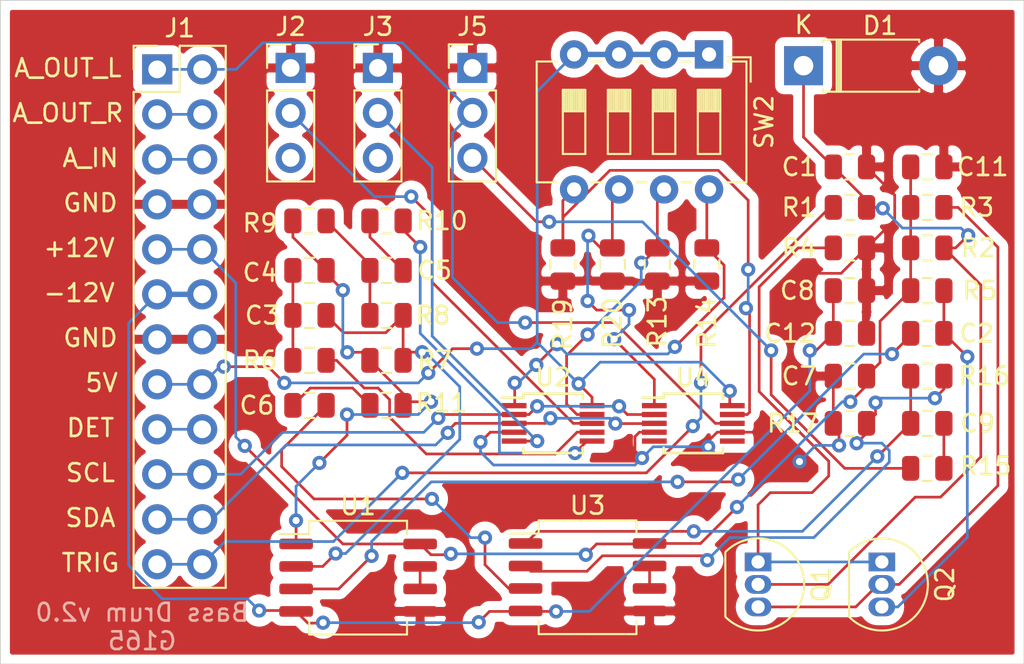
<source format=kicad_pcb>
(kicad_pcb (version 20171130) (host pcbnew "(5.1.6)-1")
  (layers (0 F.Cu signal) (31 B.Cu signal) (34 B.Paste user) (35 F.Paste user) (36 B.SilkS user) (37 F.SilkS user) (38 B.Mask user) (39 F.Mask user hide) (44 Edge.Cuts user))
  (net 0 "")
  (net 1 "Net-(C1-Pad1)")
  (net 2 GND)
  (net 3 "Net-(C2-Pad2)")
  (net 4 "Net-(C2-Pad1)")
  (net 5 "Net-(C3-Pad2)")
  (net 6 "Net-(C3-Pad1)")
  (net 7 "Net-(C4-Pad2)")
  (net 8 "Net-(C5-Pad1)")
  (net 9 "Net-(C5-Pad2)")
  (net 10 A_OUT_L)
  (net 11 A_OUT_R)
  (net 12 A_IN)
  (net 13 +12V)
  (net 14 -12V)
  (net 15 5V)
  (net 16 DET)
  (net 17 SDA)
  (net 18 SCL)
  (net 19 TRIG)
  (net 20 P0Out)
  (net 21 "Net-(J2-Pad3)")
  (net 22 "Net-(J3-Pad3)")
  (net 23 P1Out)
  (net 24 "Net-(Q1-Pad1)")
  (net 25 "Net-(Q1-Pad3)")
  (net 26 P0In)
  (net 27 P1In)
  (net 28 A1)
  (net 29 A0)
  (net 30 "Net-(U1-Pad6)")
  (net 31 BassOUT)
  (net 32 "Net-(U3-Pad6)")
  (net 33 "Net-(C6-Pad2)")
  (net 34 "Net-(C9-Pad2)")
  (net 35 "Net-(C9-Pad1)")
  (net 36 "Net-(J5-Pad3)")
  (net 37 "Net-(R16-Pad1)")
  (net 38 MasterA1)
  (net 39 MasterA0)
  (net 40 "Net-(U4-Pad6)")
  (net 41 "Net-(U4-Pad5)")
  (module Package_SO:MSOP-10_3x3mm_P0.5mm (layer F.Cu) (at 145.161 100.076)
    (fp_text reference U4 (at 0 -2.6) (layer F.SilkS))
    (fp_text value MCP46x2-Potentiometer_Digital)
    (pad 10 smd rect (at 2.2 -1) (size 1.4 0.3) (layers F.Cu F.Paste F.Mask) (net 15 5V))
    (pad 9 smd rect (at 2.2 -0.5) (size 1.4 0.3) (layers F.Cu F.Paste F.Mask) (net 38 MasterA1))
    (pad 8 smd rect (at 2.2 0) (size 1.4 0.3) (layers F.Cu F.Paste F.Mask) (net 10 A_OUT_L))
    (pad 7 smd rect (at 2.2 0.5) (size 1.4 0.3) (layers F.Cu F.Paste F.Mask) (net 2 GND))
    (pad 6 smd rect (at 2.2 1) (size 1.4 0.3) (layers F.Cu F.Paste F.Mask) (net 40 "Net-(U4-Pad6)"))
    (pad 5 smd rect (at -2.2 1) (size 1.4 0.3) (layers F.Cu F.Paste F.Mask) (net 41 "Net-(U4-Pad5)"))
    (pad 4 smd rect (at -2.2 0.5) (size 1.4 0.3) (layers F.Cu F.Paste F.Mask) (net 2 GND))
    (pad 3 smd rect (at -2.2 0) (size 1.4 0.3) (layers F.Cu F.Paste F.Mask) (net 17 SDA))
    (pad 2 smd rect (at -2.2 -0.5) (size 1.4 0.3) (layers F.Cu F.Paste F.Mask) (net 18 SCL))
    (pad 1 smd rect (at -2.2 -1) (size 1.4 0.3) (layers F.Cu F.Paste F.Mask) (net 39 MasterA0))
  )
  (module Package_SO:SO-8_5.3x6.2mm_P1.27mm (layer F.Cu) (at 139.192 108.7628)
    (fp_text reference U3 (at 0 -4.05) (layer F.SilkS))
    (fp_text value TL072)
    (pad 8 smd roundrect (at 3.5 -1.905) (size 1.9 0.6) (layers F.Cu F.Paste F.Mask) (net 13 +12V))
    (pad 7 smd roundrect (at 3.5 -0.635) (size 1.9 0.6) (layers F.Cu F.Paste F.Mask) (net 32 "Net-(U3-Pad6)"))
    (pad 6 smd roundrect (at 3.5 0.635) (size 1.9 0.6) (layers F.Cu F.Paste F.Mask) (net 32 "Net-(U3-Pad6)"))
    (pad 5 smd roundrect (at 3.5 1.905) (size 1.9 0.6) (layers F.Cu F.Paste F.Mask) (net 2 GND))
    (pad 4 smd roundrect (at -3.5 1.905) (size 1.9 0.6) (layers F.Cu F.Paste F.Mask) (net 14 -12V))
    (pad 3 smd roundrect (at -3.5 0.635) (size 1.9 0.6) (layers F.Cu F.Paste F.Mask) (net 31 BassOUT))
    (pad 2 smd roundrect (at -3.5 -0.635) (size 1.9 0.6) (layers F.Cu F.Paste F.Mask) (net 37 "Net-(R16-Pad1)"))
    (pad 1 smd roundrect (at -3.5 -1.905) (size 1.9 0.6) (layers F.Cu F.Paste F.Mask) (net 34 "Net-(C9-Pad2)"))
  )
  (module Package_SO:MSOP-10_3x3mm_P0.5mm (layer F.Cu) (at 137.246 100.076)
    (fp_text reference U2 (at 0 -2.6) (layer F.SilkS))
    (fp_text value MCP46x2-Potentiometer_Digital)
    (pad 10 smd rect (at 2.2 -1) (size 1.4 0.3) (layers F.Cu F.Paste F.Mask) (net 15 5V))
    (pad 9 smd rect (at 2.2 -0.5) (size 1.4 0.3) (layers F.Cu F.Paste F.Mask) (net 28 A1))
    (pad 8 smd rect (at 2.2 0) (size 1.4 0.3) (layers F.Cu F.Paste F.Mask) (net 20 P0Out))
    (pad 7 smd rect (at 2.2 0.5) (size 1.4 0.3) (layers F.Cu F.Paste F.Mask) (net 26 P0In))
    (pad 6 smd rect (at 2.2 1) (size 1.4 0.3) (layers F.Cu F.Paste F.Mask) (net 27 P1In))
    (pad 5 smd rect (at -2.2 1) (size 1.4 0.3) (layers F.Cu F.Paste F.Mask) (net 23 P1Out))
    (pad 4 smd rect (at -2.2 0.5) (size 1.4 0.3) (layers F.Cu F.Paste F.Mask) (net 2 GND))
    (pad 3 smd rect (at -2.2 0) (size 1.4 0.3) (layers F.Cu F.Paste F.Mask) (net 17 SDA))
    (pad 2 smd rect (at -2.2 -0.5) (size 1.4 0.3) (layers F.Cu F.Paste F.Mask) (net 18 SCL))
    (pad 1 smd rect (at -2.2 -1) (size 1.4 0.3) (layers F.Cu F.Paste F.Mask) (net 29 A0))
  )
  (module Package_SO:SO-8_5.3x6.2mm_P1.27mm (layer F.Cu) (at 126.238 108.7882)
    (fp_text reference U1 (at 0 -4.05) (layer F.SilkS))
    (fp_text value TL072)
    (pad 8 smd roundrect (at 3.5 -1.905) (size 1.9 0.6) (layers F.Cu F.Paste F.Mask) (net 13 +12V))
    (pad 7 smd roundrect (at 3.5 -0.635) (size 1.9 0.6) (layers F.Cu F.Paste F.Mask) (net 30 "Net-(U1-Pad6)"))
    (pad 6 smd roundrect (at 3.5 0.635) (size 1.9 0.6) (layers F.Cu F.Paste F.Mask) (net 30 "Net-(U1-Pad6)"))
    (pad 5 smd roundrect (at 3.5 1.905) (size 1.9 0.6) (layers F.Cu F.Paste F.Mask) (net 2 GND))
    (pad 4 smd roundrect (at -3.5 1.905) (size 1.9 0.6) (layers F.Cu F.Paste F.Mask) (net 14 -12V))
    (pad 3 smd roundrect (at -3.5 0.635) (size 1.9 0.6) (layers F.Cu F.Paste F.Mask) (net 3 "Net-(C2-Pad2)"))
    (pad 2 smd roundrect (at -3.5 -0.635) (size 1.9 0.6) (layers F.Cu F.Paste F.Mask) (net 6 "Net-(C3-Pad1)"))
    (pad 1 smd roundrect (at -3.5 -1.905) (size 1.9 0.6) (layers F.Cu F.Paste F.Mask) (net 7 "Net-(C4-Pad2)"))
  )
  (module Button_Switch_THT:SW_DIP_SPSTx04_Slide_6.7x11.72mm_W7.62mm_P2.54mm_LowProfile (layer F.Cu) (at 146.05 79.248 270)
    (fp_text reference SW2 (at 3.81 -3.11 90) (layer F.SilkS))
    (fp_text value SW_DIP_x04)
    (pad 8 thru_hole oval (at 7.62 0 270) (size 1.6 1.6) (drill 0.8) (layers *.Cu *.Mask) (net 29 A0))
    (pad 4 thru_hole oval (at 0 7.62 270) (size 1.6 1.6) (drill 0.8) (layers *.Cu *.Mask) (net 15 5V))
    (pad 7 thru_hole oval (at 7.62 2.54 270) (size 1.6 1.6) (drill 0.8) (layers *.Cu *.Mask) (net 28 A1))
    (pad 3 thru_hole oval (at 0 5.08 270) (size 1.6 1.6) (drill 0.8) (layers *.Cu *.Mask) (net 15 5V))
    (pad 6 thru_hole oval (at 7.62 5.08 270) (size 1.6 1.6) (drill 0.8) (layers *.Cu *.Mask) (net 39 MasterA0))
    (pad 2 thru_hole oval (at 0 2.54 270) (size 1.6 1.6) (drill 0.8) (layers *.Cu *.Mask) (net 15 5V))
    (pad 5 thru_hole oval (at 7.62 7.62 270) (size 1.6 1.6) (drill 0.8) (layers *.Cu *.Mask) (net 38 MasterA1))
    (pad 1 thru_hole rect (at 0 0 270) (size 1.6 1.6) (drill 0.8) (layers *.Cu *.Mask) (net 15 5V))
  )
  (module Resistor_SMD:R_0805_2012Metric (layer F.Cu) (at 140.589 91.1075 270)
    (fp_text reference R20 (at 3.302 0 90) (layer F.SilkS))
    (fp_text value 10k)
    (pad 2 smd roundrect (at 0.9375 0 270) (size 0.975 1.4) (layers F.Cu F.Paste F.Mask) (net 2 GND))
    (pad 1 smd roundrect (at -0.9375 0 270) (size 0.975 1.4) (layers F.Cu F.Paste F.Mask) (net 39 MasterA0))
  )
  (module Resistor_SMD:R_0805_2012Metric (layer F.Cu) (at 137.795 91.1075 270)
    (fp_text reference R19 (at 3.3805 0 90) (layer F.SilkS))
    (fp_text value 10k)
    (pad 2 smd roundrect (at 0.9375 0 270) (size 0.975 1.4) (layers F.Cu F.Paste F.Mask) (net 2 GND))
    (pad 1 smd roundrect (at -0.9375 0 270) (size 0.975 1.4) (layers F.Cu F.Paste F.Mask) (net 38 MasterA1))
  )
  (module Resistor_SMD:R_0805_2012Metric (layer F.Cu) (at 154.0025 100.076 180)
    (fp_text reference R17 (at 3.2235 0) (layer F.SilkS))
    (fp_text value 1M)
    (pad 2 smd roundrect (at 0.9375 0 180) (size 0.975 1.4) (layers F.Cu F.Paste F.Mask) (net 2 GND))
    (pad 1 smd roundrect (at -0.9375 0 180) (size 0.975 1.4) (layers F.Cu F.Paste F.Mask) (net 37 "Net-(R16-Pad1)"))
  )
  (module Resistor_SMD:R_0805_2012Metric (layer F.Cu) (at 158.369 97.409 180)
    (fp_text reference R16 (at -3.2235 0) (layer F.SilkS))
    (fp_text value 220)
    (pad 2 smd roundrect (at 0.9375 0 180) (size 0.975 1.4) (layers F.Cu F.Paste F.Mask) (net 34 "Net-(C9-Pad2)"))
    (pad 1 smd roundrect (at -0.9375 0 180) (size 0.975 1.4) (layers F.Cu F.Paste F.Mask) (net 37 "Net-(R16-Pad1)"))
  )
  (module Resistor_SMD:R_0805_2012Metric (layer F.Cu) (at 158.369 102.616)
    (fp_text reference R15 (at 3.302 -0.127) (layer F.SilkS))
    (fp_text value 220)
    (pad 2 smd roundrect (at 0.9375 0) (size 0.975 1.4) (layers F.Cu F.Paste F.Mask) (net 35 "Net-(C9-Pad1)"))
    (pad 1 smd roundrect (at -0.9375 0) (size 0.975 1.4) (layers F.Cu F.Paste F.Mask) (net 36 "Net-(J5-Pad3)"))
  )
  (module Resistor_SMD:R_0805_2012Metric (layer F.Cu) (at 145.923 91.1075 270)
    (fp_text reference R14 (at 3.302 0 90) (layer F.SilkS))
    (fp_text value 10k)
    (pad 2 smd roundrect (at 0.9375 0 270) (size 0.975 1.4) (layers F.Cu F.Paste F.Mask) (net 2 GND))
    (pad 1 smd roundrect (at -0.9375 0 270) (size 0.975 1.4) (layers F.Cu F.Paste F.Mask) (net 29 A0))
  )
  (module Resistor_SMD:R_0805_2012Metric (layer F.Cu) (at 143.129 91.1075 270)
    (fp_text reference R13 (at 3.2235 0 90) (layer F.SilkS))
    (fp_text value 10k)
    (pad 2 smd roundrect (at 0.9375 0 270) (size 0.975 1.4) (layers F.Cu F.Paste F.Mask) (net 2 GND))
    (pad 1 smd roundrect (at -0.9375 0 270) (size 0.975 1.4) (layers F.Cu F.Paste F.Mask) (net 28 A1))
  )
  (module Resistor_SMD:R_0805_2012Metric (layer F.Cu) (at 127.8405 99.06)
    (fp_text reference R11 (at 3.0965 -0.127) (layer F.SilkS))
    (fp_text value 0)
    (pad 2 smd roundrect (at 0.9375 0) (size 0.975 1.4) (layers F.Cu F.Paste F.Mask) (net 7 "Net-(C4-Pad2)"))
    (pad 1 smd roundrect (at -0.9375 0) (size 0.975 1.4) (layers F.Cu F.Paste F.Mask) (net 33 "Net-(C6-Pad2)"))
  )
  (module Resistor_SMD:R_0805_2012Metric (layer F.Cu) (at 127.8405 88.646)
    (fp_text reference R10 (at 3.1265 0) (layer F.SilkS))
    (fp_text value 47k)
    (pad 2 smd roundrect (at 0.9375 0) (size 0.975 1.4) (layers F.Cu F.Paste F.Mask) (net 27 P1In))
    (pad 1 smd roundrect (at -0.9375 0) (size 0.975 1.4) (layers F.Cu F.Paste F.Mask) (net 9 "Net-(C5-Pad2)"))
  )
  (module Resistor_SMD:R_0805_2012Metric (layer F.Cu) (at 123.4925 88.646)
    (fp_text reference R9 (at -2.794 0.127) (layer F.SilkS))
    (fp_text value 470k)
    (pad 2 smd roundrect (at 0.9375 0) (size 0.975 1.4) (layers F.Cu F.Paste F.Mask) (net 8 "Net-(C5-Pad1)"))
    (pad 1 smd roundrect (at -0.9375 0) (size 0.975 1.4) (layers F.Cu F.Paste F.Mask) (net 7 "Net-(C4-Pad2)"))
  )
  (module Resistor_SMD:R_0805_2012Metric (layer F.Cu) (at 127.8405 93.98)
    (fp_text reference R8 (at 2.6185 0) (layer F.SilkS))
    (fp_text value 470k)
    (pad 2 smd roundrect (at 0.9375 0) (size 0.975 1.4) (layers F.Cu F.Paste F.Mask) (net 6 "Net-(C3-Pad1)"))
    (pad 1 smd roundrect (at -0.9375 0) (size 0.975 1.4) (layers F.Cu F.Paste F.Mask) (net 8 "Net-(C5-Pad1)"))
  )
  (module Resistor_SMD:R_0805_2012Metric (layer F.Cu) (at 127.8405 96.52)
    (fp_text reference R7 (at 2.7155 0) (layer F.SilkS))
    (fp_text value 1M)
    (pad 2 smd roundrect (at 0.9375 0) (size 0.975 1.4) (layers F.Cu F.Paste F.Mask) (net 6 "Net-(C3-Pad1)"))
    (pad 1 smd roundrect (at -0.9375 0) (size 0.975 1.4) (layers F.Cu F.Paste F.Mask) (net 7 "Net-(C4-Pad2)"))
  )
  (module Resistor_SMD:R_0805_2012Metric (layer F.Cu) (at 123.4925 96.52)
    (fp_text reference R6 (at -2.794 0) (layer F.SilkS))
    (fp_text value 220)
    (pad 2 smd roundrect (at 0.9375 0) (size 0.975 1.4) (layers F.Cu F.Paste F.Mask) (net 26 P0In))
    (pad 1 smd roundrect (at -0.9375 0) (size 0.975 1.4) (layers F.Cu F.Paste F.Mask) (net 5 "Net-(C3-Pad2)"))
  )
  (module Resistor_SMD:R_0805_2012Metric (layer F.Cu) (at 158.369 92.583)
    (fp_text reference R5 (at 2.9695 0) (layer F.SilkS))
    (fp_text value 4.7k)
    (pad 2 smd roundrect (at 0.9375 0) (size 0.975 1.4) (layers F.Cu F.Paste F.Mask) (net 4 "Net-(C2-Pad1)"))
    (pad 1 smd roundrect (at -0.9375 0) (size 0.975 1.4) (layers F.Cu F.Paste F.Mask) (net 13 +12V))
  )
  (module Resistor_SMD:R_0805_2012Metric (layer F.Cu) (at 154.0025 90.17)
    (fp_text reference R4 (at -2.8725 0) (layer F.SilkS))
    (fp_text value 220)
    (pad 2 smd roundrect (at 0.9375 0) (size 0.975 1.4) (layers F.Cu F.Paste F.Mask) (net 2 GND))
    (pad 1 smd roundrect (at -0.9375 0) (size 0.975 1.4) (layers F.Cu F.Paste F.Mask) (net 24 "Net-(Q1-Pad1)"))
  )
  (module Resistor_SMD:R_0805_2012Metric (layer F.Cu) (at 158.369 87.884)
    (fp_text reference R3 (at 2.794 0) (layer F.SilkS))
    (fp_text value 47k)
    (pad 2 smd roundrect (at 0.9375 0) (size 0.975 1.4) (layers F.Cu F.Paste F.Mask) (net 25 "Net-(Q1-Pad3)"))
    (pad 1 smd roundrect (at -0.9375 0) (size 0.975 1.4) (layers F.Cu F.Paste F.Mask) (net 13 +12V))
  )
  (module Resistor_SMD:R_0805_2012Metric (layer F.Cu) (at 158.369 90.17)
    (fp_text reference R2 (at 2.8725 0) (layer F.SilkS))
    (fp_text value 100k)
    (pad 2 smd roundrect (at 0.9375 0) (size 0.975 1.4) (layers F.Cu F.Paste F.Mask) (net 1 "Net-(C1-Pad1)"))
    (pad 1 smd roundrect (at -0.9375 0) (size 0.975 1.4) (layers F.Cu F.Paste F.Mask) (net 13 +12V))
  )
  (module Resistor_SMD:R_0805_2012Metric (layer F.Cu) (at 154.0025 87.884)
    (fp_text reference R1 (at -2.8725 0) (layer F.SilkS))
    (fp_text value 1k)
    (pad 2 smd roundrect (at 0.9375 0) (size 0.975 1.4) (layers F.Cu F.Paste F.Mask) (net 1 "Net-(C1-Pad1)"))
    (pad 1 smd roundrect (at -0.9375 0) (size 0.975 1.4) (layers F.Cu F.Paste F.Mask) (net 19 TRIG))
  )
  (module Package_TO_SOT_THT:TO-92_Inline (layer F.Cu) (at 155.8036 107.8992 270)
    (fp_text reference Q2 (at 1.27 -3.56 90) (layer F.SilkS))
    (fp_text value 2N3904)
    (pad 1 thru_hole rect (at 0 0 270) (size 1.05 1.5) (drill 0.75) (layers *.Cu *.Mask) (net 24 "Net-(Q1-Pad1)"))
    (pad 3 thru_hole oval (at 2.54 0 270) (size 1.05 1.5) (drill 0.75) (layers *.Cu *.Mask) (net 4 "Net-(C2-Pad1)"))
    (pad 2 thru_hole oval (at 1.27 0 270) (size 1.05 1.5) (drill 0.75) (layers *.Cu *.Mask) (net 25 "Net-(Q1-Pad3)"))
  )
  (module Package_TO_SOT_THT:TO-92_Inline (layer F.Cu) (at 148.8186 107.8992 270)
    (fp_text reference Q1 (at 1.27 -3.56 90) (layer F.SilkS))
    (fp_text value 2N3904)
    (pad 1 thru_hole rect (at 0 0 270) (size 1.05 1.5) (drill 0.75) (layers *.Cu *.Mask) (net 24 "Net-(Q1-Pad1)"))
    (pad 3 thru_hole oval (at 2.54 0 270) (size 1.05 1.5) (drill 0.75) (layers *.Cu *.Mask) (net 25 "Net-(Q1-Pad3)"))
    (pad 2 thru_hole oval (at 1.27 0 270) (size 1.05 1.5) (drill 0.75) (layers *.Cu *.Mask) (net 1 "Net-(C1-Pad1)"))
  )
  (module Connector_PinHeader_2.54mm:PinHeader_1x03_P2.54mm_Vertical (layer F.Cu) (at 132.6896 80.01)
    (fp_text reference J5 (at 0 -2.33) (layer F.SilkS))
    (fp_text value Conn_01x03)
    (pad 3 thru_hole oval (at 0 5.08) (size 1.7 1.7) (drill 1) (layers *.Cu *.Mask) (net 36 "Net-(J5-Pad3)"))
    (pad 2 thru_hole oval (at 0 2.54) (size 1.7 1.7) (drill 1) (layers *.Cu *.Mask) (net 10 A_OUT_L))
    (pad 1 thru_hole rect (at 0 0) (size 1.7 1.7) (drill 1) (layers *.Cu *.Mask) (net 2 GND))
  )
  (module Connector_PinHeader_2.54mm:PinHeader_1x03_P2.54mm_Vertical (layer F.Cu) (at 127.3556 80.01)
    (fp_text reference J3 (at 0 -2.33) (layer F.SilkS))
    (fp_text value Conn_01x03)
    (pad 3 thru_hole oval (at 0 5.08) (size 1.7 1.7) (drill 1) (layers *.Cu *.Mask) (net 22 "Net-(J3-Pad3)"))
    (pad 2 thru_hole oval (at 0 2.54) (size 1.7 1.7) (drill 1) (layers *.Cu *.Mask) (net 23 P1Out))
    (pad 1 thru_hole rect (at 0 0) (size 1.7 1.7) (drill 1) (layers *.Cu *.Mask) (net 2 GND))
  )
  (module Connector_PinHeader_2.54mm:PinHeader_1x03_P2.54mm_Vertical (layer F.Cu) (at 122.428 80.01)
    (fp_text reference J2 (at 0 -2.33) (layer F.SilkS))
    (fp_text value Conn_01x03)
    (pad 3 thru_hole oval (at 0 5.08) (size 1.7 1.7) (drill 1) (layers *.Cu *.Mask) (net 21 "Net-(J2-Pad3)"))
    (pad 2 thru_hole oval (at 0 2.54) (size 1.7 1.7) (drill 1) (layers *.Cu *.Mask) (net 20 P0Out))
    (pad 1 thru_hole rect (at 0 0) (size 1.7 1.7) (drill 1) (layers *.Cu *.Mask) (net 2 GND))
  )
  (module Connector_PinHeader_2.54mm:PinHeader_2x12_P2.54mm_Vertical (layer F.Cu) (at 114.8944 80.0912)
    (fp_text reference J1 (at 1.27 -2.33) (layer F.SilkS))
    (fp_text value Conn_02x12_Odd_Even)
    (pad 24 thru_hole oval (at 2.54 27.94) (size 1.7 1.7) (drill 1) (layers *.Cu *.Mask) (net 19 TRIG))
    (pad 23 thru_hole oval (at 0 27.94) (size 1.7 1.7) (drill 1) (layers *.Cu *.Mask) (net 19 TRIG))
    (pad 22 thru_hole oval (at 2.54 25.4) (size 1.7 1.7) (drill 1) (layers *.Cu *.Mask) (net 17 SDA))
    (pad 21 thru_hole oval (at 0 25.4) (size 1.7 1.7) (drill 1) (layers *.Cu *.Mask) (net 17 SDA))
    (pad 20 thru_hole oval (at 2.54 22.86) (size 1.7 1.7) (drill 1) (layers *.Cu *.Mask) (net 18 SCL))
    (pad 19 thru_hole oval (at 0 22.86) (size 1.7 1.7) (drill 1) (layers *.Cu *.Mask) (net 18 SCL))
    (pad 18 thru_hole oval (at 2.54 20.32) (size 1.7 1.7) (drill 1) (layers *.Cu *.Mask) (net 16 DET))
    (pad 17 thru_hole oval (at 0 20.32) (size 1.7 1.7) (drill 1) (layers *.Cu *.Mask) (net 16 DET))
    (pad 16 thru_hole oval (at 2.54 17.78) (size 1.7 1.7) (drill 1) (layers *.Cu *.Mask) (net 15 5V))
    (pad 15 thru_hole oval (at 0 17.78) (size 1.7 1.7) (drill 1) (layers *.Cu *.Mask) (net 15 5V))
    (pad 14 thru_hole oval (at 2.54 15.24) (size 1.7 1.7) (drill 1) (layers *.Cu *.Mask) (net 2 GND))
    (pad 13 thru_hole oval (at 0 15.24) (size 1.7 1.7) (drill 1) (layers *.Cu *.Mask) (net 2 GND))
    (pad 12 thru_hole oval (at 2.54 12.7) (size 1.7 1.7) (drill 1) (layers *.Cu *.Mask) (net 14 -12V))
    (pad 11 thru_hole oval (at 0 12.7) (size 1.7 1.7) (drill 1) (layers *.Cu *.Mask) (net 14 -12V))
    (pad 10 thru_hole oval (at 2.54 10.16) (size 1.7 1.7) (drill 1) (layers *.Cu *.Mask) (net 13 +12V))
    (pad 9 thru_hole oval (at 0 10.16) (size 1.7 1.7) (drill 1) (layers *.Cu *.Mask) (net 13 +12V))
    (pad 8 thru_hole oval (at 2.54 7.62) (size 1.7 1.7) (drill 1) (layers *.Cu *.Mask) (net 2 GND))
    (pad 7 thru_hole oval (at 0 7.62) (size 1.7 1.7) (drill 1) (layers *.Cu *.Mask) (net 2 GND))
    (pad 6 thru_hole oval (at 2.54 5.08) (size 1.7 1.7) (drill 1) (layers *.Cu *.Mask) (net 12 A_IN))
    (pad 5 thru_hole oval (at 0 5.08) (size 1.7 1.7) (drill 1) (layers *.Cu *.Mask) (net 12 A_IN))
    (pad 4 thru_hole oval (at 2.54 2.54) (size 1.7 1.7) (drill 1) (layers *.Cu *.Mask) (net 11 A_OUT_R))
    (pad 3 thru_hole oval (at 0 2.54) (size 1.7 1.7) (drill 1) (layers *.Cu *.Mask) (net 11 A_OUT_R))
    (pad 2 thru_hole oval (at 2.54 0) (size 1.7 1.7) (drill 1) (layers *.Cu *.Mask) (net 10 A_OUT_L))
    (pad 1 thru_hole rect (at 0 0) (size 1.7 1.7) (drill 1) (layers *.Cu *.Mask) (net 10 A_OUT_L))
  )
  (module Diode_THT:D_DO-41_SOD81_P7.62mm_Horizontal (layer F.Cu) (at 151.384 79.883)
    (fp_text reference D1 (at 4.318 -2.2606) (layer F.SilkS))
    (fp_text value D)
    (fp_text user K (at 0 -2.3114) (layer F.SilkS))
    (pad 2 thru_hole oval (at 7.62 0) (size 2.2 2.2) (drill 1.1) (layers *.Cu *.Mask) (net 2 GND))
    (pad 1 thru_hole rect (at 0 0) (size 2.2 2.2) (drill 1.1) (layers *.Cu *.Mask) (net 1 "Net-(C1-Pad1)"))
  )
  (module Capacitor_SMD:C_0805_2012Metric (layer F.Cu) (at 154.0025 94.996 180)
    (fp_text reference C12 (at 3.3805 0) (layer F.SilkS))
    (fp_text value 470pF)
    (pad 2 smd roundrect (at 0.9375 0 180) (size 0.975 1.4) (layers F.Cu F.Paste F.Mask) (net 14 -12V))
    (pad 1 smd roundrect (at -0.9375 0 180) (size 0.975 1.4) (layers F.Cu F.Paste F.Mask) (net 2 GND))
  )
  (module Capacitor_SMD:C_0805_2012Metric (layer F.Cu) (at 158.369 85.598 180)
    (fp_text reference C11 (at -3.1265 0) (layer F.SilkS))
    (fp_text value 470pF)
    (pad 2 smd roundrect (at 0.9375 0 180) (size 0.975 1.4) (layers F.Cu F.Paste F.Mask) (net 13 +12V))
    (pad 1 smd roundrect (at -0.9375 0 180) (size 0.975 1.4) (layers F.Cu F.Paste F.Mask) (net 2 GND))
  )
  (module Capacitor_SMD:C_0805_2012Metric (layer F.Cu) (at 158.369 100.076 180)
    (fp_text reference C9 (at -2.8425 0) (layer F.SilkS))
    (fp_text value 10uF)
    (pad 2 smd roundrect (at 0.9375 0 180) (size 0.975 1.4) (layers F.Cu F.Paste F.Mask) (net 34 "Net-(C9-Pad2)"))
    (pad 1 smd roundrect (at -0.9375 0 180) (size 0.975 1.4) (layers F.Cu F.Paste F.Mask) (net 35 "Net-(C9-Pad1)"))
  )
  (module Capacitor_SMD:C_0805_2012Metric (layer F.Cu) (at 154.0025 92.583 180)
    (fp_text reference C8 (at 2.9695 0) (layer F.SilkS))
    (fp_text value 470pF)
    (pad 2 smd roundrect (at 0.9375 0 180) (size 0.975 1.4) (layers F.Cu F.Paste F.Mask) (net 14 -12V))
    (pad 1 smd roundrect (at -0.9375 0 180) (size 0.975 1.4) (layers F.Cu F.Paste F.Mask) (net 2 GND))
  )
  (module Capacitor_SMD:C_0805_2012Metric (layer F.Cu) (at 154.0025 97.409)
    (fp_text reference C7 (at -2.8725 0) (layer F.SilkS))
    (fp_text value 470pF)
    (pad 2 smd roundrect (at 0.9375 0) (size 0.975 1.4) (layers F.Cu F.Paste F.Mask) (net 13 +12V))
    (pad 1 smd roundrect (at -0.9375 0) (size 0.975 1.4) (layers F.Cu F.Paste F.Mask) (net 2 GND))
  )
  (module Capacitor_SMD:C_0805_2012Metric (layer F.Cu) (at 123.4925 99.06 180)
    (fp_text reference C6 (at 2.9695 0) (layer F.SilkS))
    (fp_text value 100nF)
    (pad 2 smd roundrect (at 0.9375 0 180) (size 0.975 1.4) (layers F.Cu F.Paste F.Mask) (net 33 "Net-(C6-Pad2)"))
    (pad 1 smd roundrect (at -0.9375 0 180) (size 0.975 1.4) (layers F.Cu F.Paste F.Mask) (net 31 BassOUT))
  )
  (module Capacitor_SMD:C_0805_2012Metric (layer F.Cu) (at 127.8405 91.44)
    (fp_text reference C5 (at 2.7155 0) (layer F.SilkS))
    (fp_text value 100nF)
    (pad 2 smd roundrect (at 0.9375 0) (size 0.975 1.4) (layers F.Cu F.Paste F.Mask) (net 9 "Net-(C5-Pad2)"))
    (pad 1 smd roundrect (at -0.9375 0) (size 0.975 1.4) (layers F.Cu F.Paste F.Mask) (net 8 "Net-(C5-Pad1)"))
  )
  (module Capacitor_SMD:C_0805_2012Metric (layer F.Cu) (at 123.4925 91.44)
    (fp_text reference C4 (at -2.794 0.127) (layer F.SilkS))
    (fp_text value 100nF)
    (pad 2 smd roundrect (at 0.9375 0) (size 0.975 1.4) (layers F.Cu F.Paste F.Mask) (net 7 "Net-(C4-Pad2)"))
    (pad 1 smd roundrect (at -0.9375 0) (size 0.975 1.4) (layers F.Cu F.Paste F.Mask) (net 5 "Net-(C3-Pad2)"))
  )
  (module Capacitor_SMD:C_0805_2012Metric (layer F.Cu) (at 123.4925 93.98 180)
    (fp_text reference C3 (at 2.667 0) (layer F.SilkS))
    (fp_text value 100nF)
    (pad 2 smd roundrect (at 0.9375 0 180) (size 0.975 1.4) (layers F.Cu F.Paste F.Mask) (net 5 "Net-(C3-Pad2)"))
    (pad 1 smd roundrect (at -0.9375 0 180) (size 0.975 1.4) (layers F.Cu F.Paste F.Mask) (net 6 "Net-(C3-Pad1)"))
  )
  (module Capacitor_SMD:C_0805_2012Metric (layer F.Cu) (at 158.369 94.996 180)
    (fp_text reference C2 (at -2.794 0) (layer F.SilkS))
    (fp_text value 100nF)
    (pad 2 smd roundrect (at 0.9375 0 180) (size 0.975 1.4) (layers F.Cu F.Paste F.Mask) (net 3 "Net-(C2-Pad2)"))
    (pad 1 smd roundrect (at -0.9375 0 180) (size 0.975 1.4) (layers F.Cu F.Paste F.Mask) (net 4 "Net-(C2-Pad1)"))
  )
  (module Capacitor_SMD:C_0805_2012Metric (layer F.Cu) (at 154.0025 85.598)
    (fp_text reference C1 (at -2.8725 0) (layer F.SilkS))
    (fp_text value 1uF)
    (pad 2 smd roundrect (at 0.9375 0) (size 0.975 1.4) (layers F.Cu F.Paste F.Mask) (net 2 GND))
    (pad 1 smd roundrect (at -0.9375 0) (size 0.975 1.4) (layers F.Cu F.Paste F.Mask) (net 1 "Net-(C1-Pad1)"))
  )
  (gr_line (start 106.045 113.665) (end 106.045 112.395) (layer Edge.Cuts) (width 0.05))
  (gr_line (start 163.83 113.665) (end 106.045 113.665) (layer Edge.Cuts) (width 0.05))
  (gr_line (start 163.83 112.395) (end 163.83 113.665) (layer Edge.Cuts) (width 0.05))
  (gr_text "Bass Drum v2.0\nG165" (at 114.046 111.5568) (layer B.SilkS) (effects (font (size 1 1)) (justify mirror)))
  (gr_line (start 106.045 76.2) (end 107.95 76.2) (layer Edge.Cuts) (width 0.05))
  (gr_line (start 106.045 112.395) (end 106.045 76.2) (layer Edge.Cuts) (width 0.05))
  (gr_line (start 163.83 76.2) (end 163.83 112.395) (layer Edge.Cuts) (width 0.05))
  (gr_line (start 107.95 76.2) (end 163.83 76.2) (layer Edge.Cuts) (width 0.05))
  (gr_text TRIG (at 111.125 107.95) (layer F.SilkS) (effects (font (size 1 1))))
  (gr_text SDA (at 111.125 105.41) (layer F.SilkS) (effects (font (size 1 1))))
  (gr_text SCL (at 111.125 102.87) (layer F.SilkS) (effects (font (size 1 1))))
  (gr_text DET (at 111.125 100.33) (layer F.SilkS) (effects (font (size 1 1))))
  (gr_text 5V (at 111.76 97.79) (layer F.SilkS) (effects (font (size 1 1))))
  (gr_text GND (at 111.125 95.25) (layer F.SilkS) (effects (font (size 1 1))))
  (gr_text -12V (at 110.49 92.71) (layer F.SilkS) (effects (font (size 1 1))))
  (gr_text +12V (at 110.49 90.17) (layer F.SilkS) (effects (font (size 1 1))))
  (gr_text GND (at 111.125 87.63) (layer F.SilkS) (effects (font (size 1 1))))
  (gr_text A_IN (at 111.125 85.09) (layer F.SilkS) (effects (font (size 1 1))))
  (gr_text A_OUT_R (at 109.855 82.55) (layer F.SilkS) (effects (font (size 1 1))))
  (gr_text A_OUT_L (at 109.855 80.01) (layer F.SilkS) (effects (font (size 1 1))))
  (segment (start 151.384 83.917) (end 153.065 85.598) (width 0.1524) (layer F.Cu) (net 1))
  (segment (start 151.384 79.883) (end 151.384 83.917) (width 0.1524) (layer F.Cu) (net 1))
  (segment (start 154.94 87.473) (end 154.94 87.884) (width 0.1524) (layer F.Cu) (net 1))
  (segment (start 153.065 85.598) (end 154.94 87.473) (width 0.1524) (layer F.Cu) (net 1))
  (via (at 155.8544 87.9348) (size 0.8) (drill 0.4) (layers F.Cu B.Cu) (net 1))
  (segment (start 154.94 87.884) (end 155.8036 87.884) (width 0.1524) (layer F.Cu) (net 1))
  (segment (start 155.8036 87.884) (end 155.8544 87.9348) (width 0.1524) (layer F.Cu) (net 1))
  (segment (start 155.8544 87.9348) (end 156.972 89.0524) (width 0.1524) (layer B.Cu) (net 1))
  (via (at 160.6804 89.4588) (size 0.8) (drill 0.4) (layers F.Cu B.Cu) (net 1))
  (segment (start 156.972 89.0524) (end 160.274 89.0524) (width 0.1524) (layer B.Cu) (net 1))
  (segment (start 160.274 89.0524) (end 160.6804 89.4588) (width 0.1524) (layer B.Cu) (net 1))
  (segment (start 159.9692 90.17) (end 159.3065 90.17) (width 0.1524) (layer F.Cu) (net 1))
  (segment (start 160.6804 89.4588) (end 159.9692 90.17) (width 0.1524) (layer F.Cu) (net 1))
  (segment (start 152.761438 109.1692) (end 157.689038 104.2416) (width 0.1524) (layer F.Cu) (net 1))
  (segment (start 148.8186 109.1692) (end 152.761438 109.1692) (width 0.1524) (layer F.Cu) (net 1))
  (segment (start 159.116236 104.2416) (end 161.3916 101.966236) (width 0.1524) (layer F.Cu) (net 1))
  (segment (start 157.689038 104.2416) (end 159.116236 104.2416) (width 0.1524) (layer F.Cu) (net 1))
  (segment (start 161.3916 92.2551) (end 159.3065 90.17) (width 0.1524) (layer F.Cu) (net 1))
  (segment (start 161.3916 101.966236) (end 161.3916 92.2551) (width 0.1524) (layer F.Cu) (net 1))
  (segment (start 137.795 92.045) (end 145.923 92.045) (width 0.1524) (layer F.Cu) (net 2))
  (via (at 151.1554 102.235) (size 0.8) (drill 0.4) (layers F.Cu B.Cu) (net 2))
  (segment (start 147.361 100.576) (end 149.4964 100.576) (width 0.1524) (layer F.Cu) (net 2))
  (segment (start 149.4964 100.576) (end 151.1554 102.235) (width 0.1524) (layer F.Cu) (net 2))
  (via (at 153.389082 101.318921) (size 0.8) (drill 0.4) (layers F.Cu B.Cu) (net 2))
  (segment (start 151.1554 102.235) (end 152.071479 101.318921) (width 0.1524) (layer B.Cu) (net 2))
  (segment (start 152.071479 101.318921) (end 153.389082 101.318921) (width 0.1524) (layer B.Cu) (net 2))
  (segment (start 153.389082 100.400082) (end 153.065 100.076) (width 0.1524) (layer F.Cu) (net 2))
  (segment (start 153.389082 101.318921) (end 153.389082 100.400082) (width 0.1524) (layer F.Cu) (net 2))
  (via (at 145.9992 101.3968) (size 0.8) (drill 0.4) (layers F.Cu B.Cu) (net 2))
  (segment (start 145.9992 101.0854) (end 145.9992 101.3968) (width 0.1524) (layer F.Cu) (net 2))
  (segment (start 147.361 100.576) (end 146.5086 100.576) (width 0.1524) (layer F.Cu) (net 2))
  (segment (start 146.5086 100.576) (end 145.9992 101.0854) (width 0.1524) (layer F.Cu) (net 2))
  (via (at 142.2654 102.0318) (size 0.8) (drill 0.4) (layers F.Cu B.Cu) (net 2))
  (segment (start 145.9992 101.3968) (end 142.9004 101.3968) (width 0.1524) (layer B.Cu) (net 2))
  (segment (start 142.9004 101.3968) (end 142.2654 102.0318) (width 0.1524) (layer B.Cu) (net 2))
  (segment (start 141.865401 100.824437) (end 142.113838 100.576) (width 0.1524) (layer F.Cu) (net 2))
  (segment (start 142.113838 100.576) (end 142.961 100.576) (width 0.1524) (layer F.Cu) (net 2))
  (segment (start 141.865401 101.631801) (end 141.865401 100.824437) (width 0.1524) (layer F.Cu) (net 2))
  (segment (start 142.2654 102.0318) (end 141.865401 101.631801) (width 0.1524) (layer F.Cu) (net 2))
  (via (at 133.1468 101.127) (size 0.8) (drill 0.4) (layers F.Cu B.Cu) (net 2))
  (segment (start 135.046 100.576) (end 133.6978 100.576) (width 0.1524) (layer F.Cu) (net 2))
  (segment (start 133.6978 100.576) (end 133.1468 101.127) (width 0.1524) (layer F.Cu) (net 2))
  (segment (start 141.868599 102.428601) (end 142.2654 102.0318) (width 0.1524) (layer B.Cu) (net 2))
  (segment (start 133.882716 102.428601) (end 141.868599 102.428601) (width 0.1524) (layer B.Cu) (net 2))
  (segment (start 133.1468 101.692685) (end 133.882716 102.428601) (width 0.1524) (layer B.Cu) (net 2))
  (segment (start 133.1468 101.127) (end 133.1468 101.692685) (width 0.1524) (layer B.Cu) (net 2))
  (segment (start 129.738 110.6932) (end 129.738 112.2882) (width 0.1524) (layer F.Cu) (net 2))
  (segment (start 153.065 100.076) (end 153.065 97.409) (width 0.1524) (layer F.Cu) (net 2))
  (segment (start 153.50321 91.60679) (end 151.87761 91.60679) (width 0.1524) (layer F.Cu) (net 2))
  (segment (start 154.94 90.17) (end 153.50321 91.60679) (width 0.1524) (layer F.Cu) (net 2))
  (segment (start 156.530601 88.579399) (end 154.94 90.17) (width 0.1524) (layer F.Cu) (net 2))
  (segment (start 156.530601 87.188601) (end 156.530601 88.579399) (width 0.1524) (layer F.Cu) (net 2))
  (segment (start 154.94 85.598) (end 156.530601 87.188601) (width 0.1524) (layer F.Cu) (net 2))
  (via (at 127 107.5594) (size 0.8) (drill 0.4) (layers F.Cu B.Cu) (net 3))
  (segment (start 122.738 109.4232) (end 125.1362 109.4232) (width 0.1524) (layer F.Cu) (net 3))
  (segment (start 125.1362 109.4232) (end 127 107.5594) (width 0.1524) (layer F.Cu) (net 3))
  (segment (start 130.368022 103.378) (end 144.272 103.378) (width 0.1524) (layer B.Cu) (net 3))
  (segment (start 127 107.5594) (end 127 106.746022) (width 0.1524) (layer B.Cu) (net 3))
  (via (at 144.272 103.378) (size 0.8) (drill 0.4) (layers F.Cu B.Cu) (net 3))
  (segment (start 127 106.746022) (end 130.368022 103.378) (width 0.1524) (layer B.Cu) (net 3))
  (via (at 147.696546 103.246546) (size 0.8) (drill 0.4) (layers F.Cu B.Cu) (net 3))
  (segment (start 144.272 103.378) (end 147.565092 103.378) (width 0.1524) (layer F.Cu) (net 3))
  (segment (start 147.565092 103.378) (end 147.696546 103.246546) (width 0.1524) (layer F.Cu) (net 3))
  (via (at 156.37991 96.1644) (size 0.8) (drill 0.4) (layers F.Cu B.Cu) (net 3))
  (segment (start 147.696546 103.246546) (end 154.778692 96.1644) (width 0.1524) (layer B.Cu) (net 3))
  (segment (start 154.778692 96.1644) (end 156.37991 96.1644) (width 0.1524) (layer B.Cu) (net 3))
  (segment (start 157.4315 95.11281) (end 157.4315 94.996) (width 0.1524) (layer F.Cu) (net 3))
  (segment (start 156.37991 96.1644) (end 157.4315 95.11281) (width 0.1524) (layer F.Cu) (net 3))
  (via (at 160.6296 96.3168) (size 0.8) (drill 0.4) (layers F.Cu B.Cu) (net 4))
  (segment (start 160.6296 106.5156) (end 160.6296 96.3168) (width 0.1524) (layer B.Cu) (net 4))
  (segment (start 155.8036 110.4392) (end 156.706 110.4392) (width 0.1524) (layer B.Cu) (net 4))
  (segment (start 156.706 110.4392) (end 160.6296 106.5156) (width 0.1524) (layer B.Cu) (net 4))
  (segment (start 159.3088 94.996) (end 159.3065 94.996) (width 0.1524) (layer F.Cu) (net 4))
  (segment (start 160.6296 96.3168) (end 159.3088 94.996) (width 0.1524) (layer F.Cu) (net 4))
  (segment (start 159.3065 94.996) (end 159.3065 92.583) (width 0.1524) (layer F.Cu) (net 4))
  (segment (start 122.555 91.44) (end 122.555 93.98) (width 0.1524) (layer F.Cu) (net 5))
  (segment (start 122.555 93.98) (end 122.555 96.52) (width 0.1524) (layer F.Cu) (net 5))
  (segment (start 127.80179 94.95621) (end 128.778 93.98) (width 0.1524) (layer F.Cu) (net 6))
  (segment (start 125.40621 94.95621) (end 127.80179 94.95621) (width 0.1524) (layer F.Cu) (net 6))
  (segment (start 124.43 93.98) (end 125.40621 94.95621) (width 0.1524) (layer F.Cu) (net 6))
  (segment (start 128.778 93.98) (end 128.778 96.52) (width 0.1524) (layer F.Cu) (net 6))
  (via (at 124.96868 107.42416) (size 0.8) (drill 0.4) (layers F.Cu B.Cu) (net 6))
  (segment (start 122.738 108.1532) (end 124.23964 108.1532) (width 0.1524) (layer F.Cu) (net 6))
  (segment (start 124.23964 108.1532) (end 124.96868 107.42416) (width 0.1524) (layer F.Cu) (net 6))
  (segment (start 125.534365 107.42416) (end 131.976159 100.982366) (width 0.1524) (layer B.Cu) (net 6))
  (segment (start 130.028324 96.058346) (end 129.849254 96.058346) (width 0.1524) (layer B.Cu) (net 6))
  (segment (start 124.96868 107.42416) (end 125.534365 107.42416) (width 0.1524) (layer B.Cu) (net 6))
  (via (at 129.849254 96.058346) (size 0.8) (drill 0.4) (layers F.Cu B.Cu) (net 6))
  (segment (start 131.976159 98.006181) (end 130.028324 96.058346) (width 0.1524) (layer B.Cu) (net 6))
  (segment (start 131.976159 100.982366) (end 131.976159 98.006181) (width 0.1524) (layer B.Cu) (net 6))
  (segment (start 129.239654 96.058346) (end 128.778 96.52) (width 0.1524) (layer F.Cu) (net 6))
  (segment (start 129.849254 96.058346) (end 129.239654 96.058346) (width 0.1524) (layer F.Cu) (net 6))
  (segment (start 122.555 89.565) (end 124.43 91.44) (width 0.1524) (layer F.Cu) (net 7))
  (segment (start 122.555 88.646) (end 122.555 89.565) (width 0.1524) (layer F.Cu) (net 7))
  (via (at 125.3744 92.5576) (size 0.8) (drill 0.4) (layers F.Cu B.Cu) (net 7))
  (segment (start 124.43 91.44) (end 124.43 91.6132) (width 0.1524) (layer F.Cu) (net 7))
  (segment (start 124.43 91.6132) (end 125.3744 92.5576) (width 0.1524) (layer F.Cu) (net 7))
  (via (at 125.6284 96.0628) (size 0.8) (drill 0.4) (layers F.Cu B.Cu) (net 7))
  (segment (start 125.3744 92.5576) (end 125.3744 95.8088) (width 0.1524) (layer B.Cu) (net 7))
  (segment (start 125.3744 95.8088) (end 125.6284 96.0628) (width 0.1524) (layer B.Cu) (net 7))
  (segment (start 126.4458 96.0628) (end 126.903 96.52) (width 0.1524) (layer F.Cu) (net 7))
  (segment (start 125.6284 96.0628) (end 126.4458 96.0628) (width 0.1524) (layer F.Cu) (net 7))
  (segment (start 128.778 98.395) (end 128.778 99.06) (width 0.1524) (layer F.Cu) (net 7))
  (segment (start 126.903 96.52) (end 128.778 98.395) (width 0.1524) (layer F.Cu) (net 7))
  (via (at 122.7328 105.5624) (size 0.8) (drill 0.4) (layers F.Cu B.Cu) (net 7))
  (segment (start 122.738 106.8832) (end 122.738 105.5676) (width 0.1524) (layer F.Cu) (net 7))
  (segment (start 122.738 105.5676) (end 122.7328 105.5624) (width 0.1524) (layer F.Cu) (net 7))
  (via (at 124.0536 102.3112) (size 0.8) (drill 0.4) (layers F.Cu B.Cu) (net 7))
  (segment (start 122.7328 105.5624) (end 122.7328 103.632) (width 0.1524) (layer B.Cu) (net 7))
  (segment (start 122.7328 103.632) (end 124.0536 102.3112) (width 0.1524) (layer B.Cu) (net 7))
  (via (at 125.609996 99.576228) (size 0.8) (drill 0.4) (layers F.Cu B.Cu) (net 7))
  (segment (start 124.0536 102.3112) (end 125.609996 100.754804) (width 0.1524) (layer F.Cu) (net 7))
  (segment (start 125.609996 100.754804) (end 125.609996 99.576228) (width 0.1524) (layer F.Cu) (net 7))
  (via (at 130.3528 98.8568) (size 0.8) (drill 0.4) (layers F.Cu B.Cu) (net 7))
  (segment (start 125.609996 99.576228) (end 129.633372 99.576228) (width 0.1524) (layer B.Cu) (net 7))
  (segment (start 129.633372 99.576228) (end 130.3528 98.8568) (width 0.1524) (layer B.Cu) (net 7))
  (segment (start 128.9812 98.8568) (end 128.778 99.06) (width 0.1524) (layer F.Cu) (net 7))
  (segment (start 130.3528 98.8568) (end 128.9812 98.8568) (width 0.1524) (layer F.Cu) (net 7))
  (segment (start 126.903 91.119) (end 126.903 91.44) (width 0.1524) (layer F.Cu) (net 8))
  (segment (start 124.43 88.646) (end 126.903 91.119) (width 0.1524) (layer F.Cu) (net 8))
  (segment (start 126.903 91.44) (end 126.903 93.98) (width 0.1524) (layer F.Cu) (net 8))
  (segment (start 126.903 89.565) (end 128.778 91.44) (width 0.1524) (layer F.Cu) (net 9))
  (segment (start 126.903 88.646) (end 126.903 89.565) (width 0.1524) (layer F.Cu) (net 9))
  (segment (start 132.6896 82.55) (end 128.7272 78.5876) (width 0.1524) (layer B.Cu) (net 10))
  (segment (start 128.7272 78.5876) (end 120.8532 78.5876) (width 0.1524) (layer B.Cu) (net 10))
  (segment (start 119.3496 80.0912) (end 117.4344 80.0912) (width 0.1524) (layer B.Cu) (net 10))
  (segment (start 120.8532 78.5876) (end 119.3496 80.0912) (width 0.1524) (layer B.Cu) (net 10))
  (segment (start 117.4344 80.0912) (end 114.8944 80.0912) (width 0.1524) (layer B.Cu) (net 10))
  (segment (start 132.6896 82.55) (end 131.563399 83.676201) (width 0.1524) (layer B.Cu) (net 10))
  (segment (start 131.563399 83.676201) (end 131.563399 91.837799) (width 0.1524) (layer B.Cu) (net 10))
  (segment (start 146.4056 100.076) (end 147.361 100.076) (width 0.1524) (layer F.Cu) (net 10))
  (segment (start 143.0528 96.7232) (end 146.4056 100.076) (width 0.1524) (layer F.Cu) (net 10))
  (segment (start 143.0528 96.7232) (end 142.3416 96.012) (width 0.1524) (layer F.Cu) (net 10))
  (via (at 135.671 94.3864) (size 0.8) (drill 0.4) (layers F.Cu B.Cu) (net 10))
  (segment (start 142.3416 96.012) (end 140.716 94.3864) (width 0.1524) (layer F.Cu) (net 10))
  (segment (start 140.716 94.3864) (end 135.671 94.3864) (width 0.1524) (layer F.Cu) (net 10))
  (segment (start 134.112 94.3864) (end 131.563399 91.837799) (width 0.1524) (layer B.Cu) (net 10))
  (segment (start 135.671 94.3864) (end 134.112 94.3864) (width 0.1524) (layer B.Cu) (net 10))
  (segment (start 114.8944 82.6312) (end 117.4344 82.6312) (width 0.1524) (layer B.Cu) (net 11))
  (segment (start 114.8944 85.1712) (end 117.4344 85.1712) (width 0.1524) (layer B.Cu) (net 12))
  (segment (start 157.4315 90.17) (end 157.4315 87.884) (width 0.1524) (layer F.Cu) (net 13))
  (segment (start 157.4315 87.884) (end 157.4315 85.598) (width 0.1524) (layer F.Cu) (net 13))
  (segment (start 157.4315 90.17) (end 157.4315 92.583) (width 0.1524) (layer F.Cu) (net 13))
  (segment (start 155.70371 94.31079) (end 157.4315 92.583) (width 0.1524) (layer F.Cu) (net 13))
  (segment (start 155.70371 96.64529) (end 155.70371 94.31079) (width 0.1524) (layer F.Cu) (net 13))
  (segment (start 154.94 97.409) (end 155.70371 96.64529) (width 0.1524) (layer F.Cu) (net 13))
  (segment (start 129.738 106.8832) (end 130.3476 107.4928) (width 0.1524) (layer F.Cu) (net 13))
  (via (at 131.4704 107.442) (size 0.8) (drill 0.4) (layers F.Cu B.Cu) (net 13))
  (segment (start 130.3476 107.4928) (end 131.4196 107.4928) (width 0.1524) (layer F.Cu) (net 13))
  (segment (start 131.4196 107.4928) (end 131.4704 107.442) (width 0.1524) (layer F.Cu) (net 13))
  (segment (start 131.4704 107.442) (end 139.0396 107.442) (width 0.1524) (layer B.Cu) (net 13))
  (via (at 139.0904 107.4928) (size 0.8) (drill 0.4) (layers F.Cu B.Cu) (net 13))
  (segment (start 139.0396 107.442) (end 139.0904 107.4928) (width 0.1524) (layer B.Cu) (net 13))
  (segment (start 142.6666 106.8832) (end 142.692 106.8578) (width 0.1524) (layer F.Cu) (net 13))
  (segment (start 139.0904 107.4928) (end 139.7 106.8832) (width 0.1524) (layer F.Cu) (net 13))
  (segment (start 139.7 106.8832) (end 142.6666 106.8832) (width 0.1524) (layer F.Cu) (net 13))
  (segment (start 114.8944 90.2512) (end 117.4344 90.2512) (width 0.1524) (layer B.Cu) (net 13))
  (segment (start 117.4344 90.2512) (end 119.3292 92.146) (width 0.1524) (layer B.Cu) (net 13))
  (via (at 119.8372 101.346) (size 0.8) (drill 0.4) (layers F.Cu B.Cu) (net 13))
  (segment (start 119.3292 92.146) (end 119.3292 100.838) (width 0.1524) (layer B.Cu) (net 13))
  (segment (start 119.3292 100.838) (end 119.8372 101.346) (width 0.1524) (layer B.Cu) (net 13))
  (segment (start 125.3744 106.8832) (end 129.738 106.8832) (width 0.1524) (layer F.Cu) (net 13))
  (segment (start 119.8372 101.346) (end 125.3744 106.8832) (width 0.1524) (layer F.Cu) (net 13))
  (via (at 147.6248 104.8004) (size 0.8) (drill 0.4) (layers F.Cu B.Cu) (net 13))
  (segment (start 142.692 106.8578) (end 145.5674 106.8578) (width 0.1524) (layer F.Cu) (net 13))
  (segment (start 145.5674 106.8578) (end 147.6248 104.8004) (width 0.1524) (layer F.Cu) (net 13))
  (via (at 154.0256 98.8568) (size 0.8) (drill 0.4) (layers F.Cu B.Cu) (net 13))
  (segment (start 147.6248 104.8004) (end 153.5684 98.8568) (width 0.1524) (layer B.Cu) (net 13))
  (segment (start 153.5684 98.8568) (end 154.0256 98.8568) (width 0.1524) (layer B.Cu) (net 13))
  (segment (start 154.94 97.9424) (end 154.94 97.409) (width 0.1524) (layer F.Cu) (net 13))
  (segment (start 154.0256 98.8568) (end 154.94 97.9424) (width 0.1524) (layer F.Cu) (net 13))
  (segment (start 122.738 110.6932) (end 123.3984 111.3536) (width 0.1524) (layer F.Cu) (net 14))
  (segment (start 117.4344 92.7912) (end 114.2188 92.7912) (width 0.3048) (layer B.Cu) (net 14))
  (segment (start 114.8944 92.7912) (end 113.284 94.4016) (width 0.1524) (layer B.Cu) (net 14))
  (segment (start 113.284 108.087578) (end 115.178422 109.982) (width 0.1524) (layer B.Cu) (net 14))
  (segment (start 113.284 94.4016) (end 113.284 108.087578) (width 0.1524) (layer B.Cu) (net 14))
  (segment (start 115.178422 109.982) (end 119.9896 109.982) (width 0.1524) (layer B.Cu) (net 14))
  (via (at 120.65 110.6424) (size 0.8) (drill 0.4) (layers F.Cu B.Cu) (net 14))
  (segment (start 119.9896 109.982) (end 120.65 110.6424) (width 0.1524) (layer B.Cu) (net 14))
  (segment (start 122.6872 110.6424) (end 122.738 110.6932) (width 0.1524) (layer F.Cu) (net 14))
  (segment (start 120.65 110.6424) (end 122.6872 110.6424) (width 0.1524) (layer F.Cu) (net 14))
  (segment (start 153.065 94.996) (end 153.065 92.583) (width 0.1524) (layer F.Cu) (net 14))
  (segment (start 153.065 94.996) (end 152.0998 95.9612) (width 0.1524) (layer F.Cu) (net 14))
  (via (at 151.7396 95.9612) (size 0.8) (drill 0.4) (layers F.Cu B.Cu) (net 14))
  (segment (start 152.0998 95.9612) (end 151.7396 95.9612) (width 0.1524) (layer F.Cu) (net 14))
  (via (at 137.414 110.6932) (size 0.8) (drill 0.4) (layers F.Cu B.Cu) (net 14))
  (segment (start 135.7174 110.6932) (end 135.692 110.6678) (width 0.1524) (layer F.Cu) (net 14))
  (segment (start 137.414 110.6932) (end 135.7174 110.6932) (width 0.1524) (layer F.Cu) (net 14))
  (segment (start 151.7396 98.2472) (end 151.7396 95.9612) (width 0.1524) (layer B.Cu) (net 14))
  (segment (start 137.414 110.6932) (end 139.2936 110.6932) (width 0.1524) (layer B.Cu) (net 14))
  (segment (start 139.2936 110.6932) (end 151.7396 98.2472) (width 0.1524) (layer B.Cu) (net 14))
  (via (at 124.2568 111.3282) (size 0.8) (drill 0.4) (layers F.Cu B.Cu) (net 14))
  (segment (start 123.3984 111.3536) (end 124.2314 111.3536) (width 0.1524) (layer F.Cu) (net 14))
  (segment (start 124.2314 111.3536) (end 124.2568 111.3282) (width 0.1524) (layer F.Cu) (net 14))
  (via (at 133.0452 111.3028) (size 0.8) (drill 0.4) (layers F.Cu B.Cu) (net 14))
  (segment (start 124.2568 111.3282) (end 133.0198 111.3282) (width 0.1524) (layer B.Cu) (net 14))
  (segment (start 133.0198 111.3282) (end 133.0452 111.3028) (width 0.1524) (layer B.Cu) (net 14))
  (segment (start 133.0452 111.3028) (end 133.6548 110.6932) (width 0.1524) (layer F.Cu) (net 14))
  (segment (start 135.6666 110.6932) (end 135.692 110.6678) (width 0.1524) (layer F.Cu) (net 14))
  (segment (start 133.6548 110.6932) (end 135.6666 110.6932) (width 0.1524) (layer F.Cu) (net 14))
  (segment (start 138.43 79.248) (end 140.97 79.248) (width 0.3048) (layer B.Cu) (net 15))
  (segment (start 140.97 79.248) (end 143.51 79.248) (width 0.3048) (layer B.Cu) (net 15))
  (segment (start 143.51 79.248) (end 146.05 79.248) (width 0.3048) (layer B.Cu) (net 15))
  (segment (start 138.43 79.248) (end 136.3472 81.3308) (width 0.1524) (layer B.Cu) (net 15))
  (segment (start 136.3472 81.3308) (end 136.3472 95.504) (width 0.1524) (layer B.Cu) (net 15))
  (via (at 138.684 97.8408) (size 0.8) (drill 0.4) (layers F.Cu B.Cu) (net 15))
  (segment (start 136.3472 95.504) (end 138.684 97.8408) (width 0.1524) (layer B.Cu) (net 15))
  (segment (start 139.446 98.6028) (end 139.446 99.076) (width 0.1524) (layer F.Cu) (net 15))
  (segment (start 138.684 97.8408) (end 139.446 98.6028) (width 0.1524) (layer F.Cu) (net 15))
  (via (at 147.2184 98.2472) (size 0.8) (drill 0.4) (layers F.Cu B.Cu) (net 15))
  (segment (start 147.2184 98.9334) (end 147.361 99.076) (width 0.1524) (layer F.Cu) (net 15))
  (segment (start 147.2184 98.2472) (end 147.2184 98.9334) (width 0.1524) (layer F.Cu) (net 15))
  (segment (start 114.8944 97.8712) (end 117.4344 97.8712) (width 0.1524) (layer B.Cu) (net 15))
  (via (at 118.653 96.8756) (size 0.8) (drill 0.4) (layers F.Cu B.Cu) (net 15))
  (segment (start 117.4344 97.8712) (end 118.43 96.8756) (width 0.1524) (layer B.Cu) (net 15))
  (segment (start 118.43 96.8756) (end 118.653 96.8756) (width 0.1524) (layer B.Cu) (net 15))
  (via (at 122.0724 97.79) (size 0.8) (drill 0.4) (layers F.Cu B.Cu) (net 15))
  (segment (start 118.653 96.8756) (end 121.158 96.8756) (width 0.1524) (layer F.Cu) (net 15))
  (segment (start 121.158 96.8756) (end 122.0724 97.79) (width 0.1524) (layer F.Cu) (net 15))
  (segment (start 122.0724 97.79) (end 129.6416 97.79) (width 0.1524) (layer B.Cu) (net 15))
  (via (at 130.2004 97.2312) (size 0.8) (drill 0.4) (layers F.Cu B.Cu) (net 15))
  (segment (start 129.6416 97.79) (end 130.2004 97.2312) (width 0.1524) (layer B.Cu) (net 15))
  (via (at 132.9436 95.8596) (size 0.8) (drill 0.4) (layers F.Cu B.Cu) (net 15))
  (segment (start 130.2004 97.2312) (end 131.572 95.8596) (width 0.1524) (layer F.Cu) (net 15))
  (segment (start 131.572 95.8596) (end 132.9436 95.8596) (width 0.1524) (layer F.Cu) (net 15))
  (segment (start 135.9916 95.8596) (end 136.3472 95.504) (width 0.1524) (layer B.Cu) (net 15))
  (segment (start 132.9436 95.8596) (end 135.9916 95.8596) (width 0.1524) (layer B.Cu) (net 15))
  (segment (start 139.9032 96.6216) (end 138.684 97.8408) (width 0.1524) (layer B.Cu) (net 15))
  (segment (start 147.2184 98.2472) (end 145.5928 96.6216) (width 0.1524) (layer B.Cu) (net 15))
  (segment (start 145.5928 96.6216) (end 139.9032 96.6216) (width 0.1524) (layer B.Cu) (net 15))
  (segment (start 114.8944 100.4112) (end 117.4344 100.4112) (width 0.1524) (layer B.Cu) (net 16))
  (segment (start 114.8944 105.4912) (end 117.4344 105.4912) (width 0.1524) (layer B.Cu) (net 17))
  (segment (start 117.4344 105.4912) (end 117.978 105.4912) (width 0.1524) (layer B.Cu) (net 17))
  (segment (start 117.978 105.4912) (end 122.174 101.2952) (width 0.1524) (layer B.Cu) (net 17))
  (via (at 131.299958 100.61238) (size 0.8) (drill 0.4) (layers F.Cu B.Cu) (net 17))
  (segment (start 122.174 101.2952) (end 130.617138 101.2952) (width 0.1524) (layer B.Cu) (net 17))
  (segment (start 130.617138 101.2952) (end 131.299958 100.61238) (width 0.1524) (layer B.Cu) (net 17))
  (segment (start 131.299958 100.61238) (end 131.299958 100.500442) (width 0.1524) (layer F.Cu) (net 17))
  (segment (start 131.7244 100.076) (end 135.046 100.076) (width 0.1524) (layer F.Cu) (net 17))
  (segment (start 131.299958 100.500442) (end 131.7244 100.076) (width 0.1524) (layer F.Cu) (net 17))
  (via (at 137.094276 99.787) (size 0.8) (drill 0.4) (layers F.Cu B.Cu) (net 17))
  (segment (start 135.046 100.076) (end 136.805276 100.076) (width 0.1524) (layer F.Cu) (net 17))
  (segment (start 136.805276 100.076) (end 137.094276 99.787) (width 0.1524) (layer F.Cu) (net 17))
  (via (at 140.760471 100.088604) (size 0.8) (drill 0.4) (layers F.Cu B.Cu) (net 17))
  (segment (start 137.094276 99.787) (end 140.458867 99.787) (width 0.1524) (layer B.Cu) (net 17))
  (segment (start 140.458867 99.787) (end 140.760471 100.088604) (width 0.1524) (layer B.Cu) (net 17))
  (segment (start 142.948396 100.088604) (end 142.961 100.076) (width 0.1524) (layer F.Cu) (net 17))
  (segment (start 140.760471 100.088604) (end 142.948396 100.088604) (width 0.1524) (layer F.Cu) (net 17))
  (segment (start 114.8944 102.9512) (end 117.4344 102.9512) (width 0.1524) (layer B.Cu) (net 18))
  (segment (start 117.4344 102.9512) (end 119.6036 102.9512) (width 0.1524) (layer B.Cu) (net 18))
  (segment (start 119.6036 102.9512) (end 121.9708 100.584) (width 0.1524) (layer B.Cu) (net 18))
  (via (at 130.7592 99.7712) (size 0.8) (drill 0.4) (layers F.Cu B.Cu) (net 18))
  (segment (start 121.9708 100.584) (end 129.9464 100.584) (width 0.1524) (layer B.Cu) (net 18))
  (segment (start 129.9464 100.584) (end 130.7592 99.7712) (width 0.1524) (layer B.Cu) (net 18))
  (segment (start 130.9544 99.576) (end 135.046 99.576) (width 0.1524) (layer F.Cu) (net 18))
  (segment (start 130.7592 99.7712) (end 130.9544 99.576) (width 0.1524) (layer F.Cu) (net 18))
  (via (at 136.346002 99.1108) (size 0.8) (drill 0.4) (layers F.Cu B.Cu) (net 18))
  (segment (start 135.046 99.576) (end 135.880802 99.576) (width 0.1524) (layer F.Cu) (net 18))
  (segment (start 135.880802 99.576) (end 136.346002 99.1108) (width 0.1524) (layer F.Cu) (net 18))
  (via (at 140.97 99.1108) (size 0.8) (drill 0.4) (layers F.Cu B.Cu) (net 18))
  (segment (start 136.346002 99.1108) (end 140.97 99.1108) (width 0.1524) (layer B.Cu) (net 18))
  (segment (start 141.4352 99.576) (end 142.961 99.576) (width 0.1524) (layer F.Cu) (net 18))
  (segment (start 140.97 99.1108) (end 141.4352 99.576) (width 0.1524) (layer F.Cu) (net 18))
  (segment (start 114.8944 108.0312) (end 117.4344 108.0312) (width 0.1524) (layer B.Cu) (net 19))
  (via (at 128.7272 102.87) (size 0.8) (drill 0.4) (layers F.Cu B.Cu) (net 19))
  (segment (start 117.4344 108.0312) (end 118.717641 106.747959) (width 0.1524) (layer B.Cu) (net 19))
  (segment (start 124.849241 106.747959) (end 128.7272 102.87) (width 0.1524) (layer B.Cu) (net 19))
  (segment (start 118.717641 106.747959) (end 124.849241 106.747959) (width 0.1524) (layer B.Cu) (net 19))
  (segment (start 142.514162 102.87) (end 145.0848 100.299362) (width 0.1524) (layer F.Cu) (net 19))
  (segment (start 128.7272 102.87) (end 142.514162 102.87) (width 0.1524) (layer F.Cu) (net 19))
  (via (at 145.1356 100.2284) (size 0.8) (drill 0.4) (layers F.Cu B.Cu) (net 19))
  (segment (start 145.0848 100.299362) (end 145.0848 100.2792) (width 0.1524) (layer F.Cu) (net 19))
  (segment (start 145.0848 100.2792) (end 145.1356 100.2284) (width 0.1524) (layer F.Cu) (net 19))
  (via (at 145.5928 97.79) (size 0.8) (drill 0.4) (layers F.Cu B.Cu) (net 19))
  (segment (start 145.1356 100.2284) (end 145.5928 99.7712) (width 0.1524) (layer B.Cu) (net 19))
  (segment (start 145.5928 99.7712) (end 145.5928 97.79) (width 0.1524) (layer B.Cu) (net 19))
  (segment (start 152.866818 87.884) (end 153.065 87.884) (width 0.1524) (layer F.Cu) (net 19))
  (segment (start 145.5928 95.158018) (end 152.866818 87.884) (width 0.1524) (layer F.Cu) (net 19))
  (segment (start 145.5928 97.79) (end 145.5928 95.158018) (width 0.1524) (layer F.Cu) (net 19))
  (via (at 129.2352 87.2744) (size 0.8) (drill 0.4) (layers F.Cu B.Cu) (net 20))
  (segment (start 122.428 82.55) (end 127.1524 87.2744) (width 0.1524) (layer B.Cu) (net 20))
  (segment (start 127.1524 87.2744) (end 129.2352 87.2744) (width 0.1524) (layer B.Cu) (net 20))
  (segment (start 130.419401 92.111347) (end 138.384054 100.076) (width 0.1524) (layer F.Cu) (net 20))
  (segment (start 130.419401 88.458601) (end 130.419401 92.111347) (width 0.1524) (layer F.Cu) (net 20))
  (segment (start 138.384054 100.076) (end 139.446 100.076) (width 0.1524) (layer F.Cu) (net 20))
  (segment (start 129.2352 87.2744) (end 130.419401 88.458601) (width 0.1524) (layer F.Cu) (net 20))
  (via (at 136.3472 101.0762) (size 0.8) (drill 0.4) (layers F.Cu B.Cu) (net 23))
  (segment (start 135.046 101.076) (end 136.347 101.076) (width 0.1524) (layer F.Cu) (net 23))
  (segment (start 136.347 101.076) (end 136.3472 101.0762) (width 0.1524) (layer F.Cu) (net 23))
  (segment (start 130.419401 95.148401) (end 130.419401 85.613801) (width 0.1524) (layer B.Cu) (net 23))
  (segment (start 130.419401 85.613801) (end 127.3556 82.55) (width 0.1524) (layer B.Cu) (net 23))
  (segment (start 136.3472 101.0762) (end 130.419401 95.148401) (width 0.1524) (layer B.Cu) (net 23))
  (segment (start 148.8186 107.8992) (end 155.8036 107.8992) (width 0.1524) (layer B.Cu) (net 24))
  (segment (start 151.0792 90.17) (end 153.065 90.17) (width 0.1524) (layer F.Cu) (net 24))
  (segment (start 148.878999 92.370201) (end 151.0792 90.17) (width 0.1524) (layer F.Cu) (net 24))
  (segment (start 152.8064 102.2096) (end 148.878999 98.282199) (width 0.1524) (layer F.Cu) (net 24))
  (segment (start 148.8186 104.6734) (end 149.5044 103.9876) (width 0.1524) (layer F.Cu) (net 24))
  (segment (start 152.8064 103.0478) (end 152.8064 102.2096) (width 0.1524) (layer F.Cu) (net 24))
  (segment (start 148.8186 107.8992) (end 148.8186 104.6734) (width 0.1524) (layer F.Cu) (net 24))
  (segment (start 149.5044 103.9876) (end 151.8666 103.9876) (width 0.1524) (layer F.Cu) (net 24))
  (segment (start 148.878999 98.282199) (end 148.878999 92.370201) (width 0.1524) (layer F.Cu) (net 24))
  (segment (start 151.8666 103.9876) (end 152.8064 103.0478) (width 0.1524) (layer F.Cu) (net 24))
  (segment (start 155.8036 109.1692) (end 155.6004 109.1692) (width 0.1524) (layer F.Cu) (net 25))
  (segment (start 154.3304 110.4392) (end 148.8186 110.4392) (width 0.1524) (layer F.Cu) (net 25))
  (segment (start 155.6004 109.1692) (end 154.3304 110.4392) (width 0.1524) (layer F.Cu) (net 25))
  (segment (start 156.779436 109.1692) (end 155.8036 109.1692) (width 0.1524) (layer F.Cu) (net 25))
  (segment (start 159.3065 87.884) (end 160.106378 87.884) (width 0.1524) (layer F.Cu) (net 25))
  (segment (start 162.3568 103.591836) (end 156.779436 109.1692) (width 0.1524) (layer F.Cu) (net 25))
  (segment (start 162.3568 90.134422) (end 162.3568 103.591836) (width 0.1524) (layer F.Cu) (net 25))
  (segment (start 160.106378 87.884) (end 162.3568 90.134422) (width 0.1524) (layer F.Cu) (net 25))
  (segment (start 128.01429 99.731626) (end 130.085864 101.8032) (width 0.1524) (layer F.Cu) (net 26))
  (segment (start 125.0188 96.52) (end 126.58259 98.08379) (width 0.1524) (layer F.Cu) (net 26))
  (segment (start 126.58259 98.08379) (end 127.362126 98.08379) (width 0.1524) (layer F.Cu) (net 26))
  (segment (start 124.43 96.52) (end 125.0188 96.52) (width 0.1524) (layer F.Cu) (net 26))
  (segment (start 127.362126 98.08379) (end 128.01429 98.735954) (width 0.1524) (layer F.Cu) (net 26))
  (segment (start 128.01429 98.735954) (end 128.01429 99.731626) (width 0.1524) (layer F.Cu) (net 26))
  (segment (start 138.598838 100.576) (end 139.446 100.576) (width 0.1524) (layer F.Cu) (net 26))
  (segment (start 137.371638 101.8032) (end 138.598838 100.576) (width 0.1524) (layer F.Cu) (net 26))
  (segment (start 130.085864 101.8032) (end 137.371638 101.8032) (width 0.1524) (layer F.Cu) (net 26))
  (via (at 138.4808 101.7524) (size 0.8) (drill 0.4) (layers F.Cu B.Cu) (net 27))
  (segment (start 139.446 101.076) (end 139.1572 101.076) (width 0.1524) (layer F.Cu) (net 27))
  (segment (start 139.1572 101.076) (end 138.4808 101.7524) (width 0.1524) (layer F.Cu) (net 27))
  (segment (start 138.4808 101.7524) (end 134.2136 101.7524) (width 0.1524) (layer B.Cu) (net 27))
  (via (at 129.7432 90.1192) (size 0.8) (drill 0.4) (layers F.Cu B.Cu) (net 27))
  (segment (start 128.778 89.154) (end 128.778 88.646) (width 0.1524) (layer F.Cu) (net 27))
  (segment (start 129.7432 90.1192) (end 128.778 89.154) (width 0.1524) (layer F.Cu) (net 27))
  (segment (start 134.2136 101.7524) (end 134.2136 99.4664) (width 0.1524) (layer B.Cu) (net 27))
  (segment (start 129.7432 94.996) (end 129.7432 90.1192) (width 0.1524) (layer B.Cu) (net 27))
  (segment (start 134.2136 99.4664) (end 129.7432 94.996) (width 0.1524) (layer B.Cu) (net 27))
  (segment (start 143.129 87.249) (end 143.51 86.868) (width 0.1524) (layer F.Cu) (net 28))
  (segment (start 143.129 90.17) (end 143.129 87.249) (width 0.1524) (layer F.Cu) (net 28))
  (segment (start 138.007799 96.246801) (end 139.192 95.0626) (width 0.1524) (layer F.Cu) (net 28))
  (via (at 139.192 95.0626) (size 0.8) (drill 0.4) (layers F.Cu B.Cu) (net 28))
  (segment (start 138.007799 98.990199) (end 138.007799 96.246801) (width 0.1524) (layer F.Cu) (net 28))
  (segment (start 139.446 99.576) (end 138.5936 99.576) (width 0.1524) (layer F.Cu) (net 28))
  (segment (start 138.5936 99.576) (end 138.007799 98.990199) (width 0.1524) (layer F.Cu) (net 28))
  (via (at 142.218175 91.01317) (size 0.8) (drill 0.4) (layers F.Cu B.Cu) (net 28))
  (segment (start 139.192 95.0626) (end 142.218175 92.036425) (width 0.1524) (layer B.Cu) (net 28))
  (segment (start 142.218175 92.036425) (end 142.218175 91.01317) (width 0.1524) (layer B.Cu) (net 28))
  (segment (start 142.28583 91.01317) (end 143.129 90.17) (width 0.1524) (layer F.Cu) (net 28))
  (segment (start 142.218175 91.01317) (end 142.28583 91.01317) (width 0.1524) (layer F.Cu) (net 28))
  (segment (start 145.923 86.995) (end 146.05 86.868) (width 0.1524) (layer F.Cu) (net 29))
  (segment (start 145.923 90.17) (end 145.923 86.995) (width 0.1524) (layer F.Cu) (net 29))
  (via (at 137.4648 95.6056) (size 0.8) (drill 0.4) (layers F.Cu B.Cu) (net 29))
  (segment (start 138.017199 96.157999) (end 137.4648 95.6056) (width 0.1524) (layer B.Cu) (net 29))
  (segment (start 144.1196 95.758) (end 143.719601 96.157999) (width 0.1524) (layer B.Cu) (net 29))
  (segment (start 143.719601 96.157999) (end 138.017199 96.157999) (width 0.1524) (layer B.Cu) (net 29))
  (via (at 136.2964 96.774) (size 0.8) (drill 0.4) (layers F.Cu B.Cu) (net 29))
  (segment (start 137.4648 95.6056) (end 136.2964 96.774) (width 0.1524) (layer F.Cu) (net 29))
  (via (at 135.0772 97.79) (size 0.8) (drill 0.4) (layers F.Cu B.Cu) (net 29))
  (segment (start 136.2964 96.774) (end 135.2804 97.79) (width 0.1524) (layer B.Cu) (net 29))
  (segment (start 135.2804 97.79) (end 135.0772 97.79) (width 0.1524) (layer B.Cu) (net 29))
  (segment (start 135.0772 99.0448) (end 135.046 99.076) (width 0.1524) (layer F.Cu) (net 29))
  (segment (start 135.0772 97.79) (end 135.0772 99.0448) (width 0.1524) (layer F.Cu) (net 29))
  (via (at 144.1196 95.758) (size 0.8) (drill 0.4) (layers F.Cu B.Cu) (net 29))
  (segment (start 146.89921 91.14621) (end 145.923 90.17) (width 0.1524) (layer F.Cu) (net 29))
  (segment (start 146.89921 92.97839) (end 146.89921 91.14621) (width 0.1524) (layer F.Cu) (net 29))
  (segment (start 144.1196 95.758) (end 146.89921 92.97839) (width 0.1524) (layer F.Cu) (net 29))
  (segment (start 129.738 108.1532) (end 129.738 109.4232) (width 0.1524) (layer F.Cu) (net 30))
  (via (at 133.4008 106.5276) (size 0.8) (drill 0.4) (layers F.Cu B.Cu) (net 31))
  (segment (start 133.4008 108.0566) (end 133.4008 106.5276) (width 0.1524) (layer F.Cu) (net 31))
  (segment (start 135.692 109.3978) (end 134.742 109.3978) (width 0.1524) (layer F.Cu) (net 31))
  (segment (start 134.742 109.3978) (end 133.4008 108.0566) (width 0.1524) (layer F.Cu) (net 31))
  (via (at 130.4036 104.3432) (size 0.8) (drill 0.4) (layers F.Cu B.Cu) (net 31))
  (segment (start 133.4008 106.5276) (end 132.588 106.5276) (width 0.1524) (layer B.Cu) (net 31))
  (segment (start 132.588 106.5276) (end 130.4036 104.3432) (width 0.1524) (layer B.Cu) (net 31))
  (segment (start 124.43 99.06) (end 121.92 101.57) (width 0.1524) (layer F.Cu) (net 31))
  (segment (start 121.92 101.57) (end 121.92 102.5144) (width 0.1524) (layer F.Cu) (net 31))
  (segment (start 123.7488 104.3432) (end 130.4036 104.3432) (width 0.1524) (layer F.Cu) (net 31))
  (segment (start 121.92 102.5144) (end 123.7488 104.3432) (width 0.1524) (layer F.Cu) (net 31))
  (segment (start 142.692 108.1278) (end 142.692 109.3978) (width 0.1524) (layer F.Cu) (net 32))
  (segment (start 125.92679 98.08379) (end 126.903 99.06) (width 0.1524) (layer F.Cu) (net 33))
  (segment (start 123.53121 98.08379) (end 125.92679 98.08379) (width 0.1524) (layer F.Cu) (net 33))
  (segment (start 122.555 99.06) (end 123.53121 98.08379) (width 0.1524) (layer F.Cu) (net 33))
  (segment (start 157.4315 100.076) (end 157.4315 97.409) (width 0.1524) (layer F.Cu) (net 34))
  (segment (start 157.4315 100.076) (end 155.5677 101.9398) (width 0.1524) (layer F.Cu) (net 34))
  (via (at 155.5496 101.9398) (size 0.8) (drill 0.4) (layers F.Cu B.Cu) (net 34))
  (segment (start 155.5677 101.9398) (end 155.5496 101.9398) (width 0.1524) (layer F.Cu) (net 34))
  (segment (start 155.5496 101.9398) (end 151.3174 106.172) (width 0.1524) (layer B.Cu) (net 34))
  (via (at 145.1864 106.172) (size 0.8) (drill 0.4) (layers F.Cu B.Cu) (net 34))
  (segment (start 151.3174 106.172) (end 145.1864 106.172) (width 0.1524) (layer B.Cu) (net 34))
  (segment (start 136.3778 106.172) (end 135.692 106.8578) (width 0.1524) (layer F.Cu) (net 34))
  (segment (start 145.1864 106.172) (end 136.3778 106.172) (width 0.1524) (layer F.Cu) (net 34))
  (segment (start 159.3065 102.616) (end 159.3065 100.076) (width 0.1524) (layer F.Cu) (net 35))
  (via (at 137.0234 88.6968) (size 0.8) (drill 0.4) (layers F.Cu B.Cu) (net 36))
  (segment (start 132.6896 85.09) (end 136.2964 88.6968) (width 0.1524) (layer F.Cu) (net 36))
  (segment (start 136.2964 88.6968) (end 137.0234 88.6968) (width 0.1524) (layer F.Cu) (net 36))
  (via (at 149.5552 95.9612) (size 0.8) (drill 0.4) (layers F.Cu B.Cu) (net 36))
  (segment (start 137.0234 88.6968) (end 142.2908 88.6968) (width 0.1524) (layer B.Cu) (net 36))
  (segment (start 142.2908 88.6968) (end 149.5552 95.9612) (width 0.1524) (layer B.Cu) (net 36))
  (segment (start 149.5552 98.001536) (end 149.5552 95.9612) (width 0.1524) (layer F.Cu) (net 36))
  (segment (start 149.5552 98.460018) (end 149.5552 98.001536) (width 0.1524) (layer F.Cu) (net 36))
  (segment (start 157.4315 102.616) (end 153.711182 102.616) (width 0.1524) (layer F.Cu) (net 36))
  (segment (start 153.711182 102.616) (end 149.5552 98.460018) (width 0.1524) (layer F.Cu) (net 36))
  (segment (start 159.3065 97.409) (end 159.3065 98.1479) (width 0.1524) (layer F.Cu) (net 37))
  (via (at 158.8008 98.6536) (size 0.8) (drill 0.4) (layers F.Cu B.Cu) (net 37))
  (segment (start 159.3065 98.1479) (end 158.8008 98.6536) (width 0.1524) (layer F.Cu) (net 37))
  (via (at 155.448 98.9076) (size 0.8) (drill 0.4) (layers F.Cu B.Cu) (net 37))
  (segment (start 158.8008 98.6536) (end 155.702 98.6536) (width 0.1524) (layer B.Cu) (net 37))
  (segment (start 155.702 98.6536) (end 155.448 98.9076) (width 0.1524) (layer B.Cu) (net 37))
  (segment (start 155.448 99.568) (end 154.94 100.076) (width 0.1524) (layer F.Cu) (net 37))
  (segment (start 155.448 98.9076) (end 155.448 99.568) (width 0.1524) (layer F.Cu) (net 37))
  (via (at 154.3812 101.1936) (size 0.8) (drill 0.4) (layers F.Cu B.Cu) (net 37))
  (segment (start 154.94 100.076) (end 154.94 100.6348) (width 0.1524) (layer F.Cu) (net 37))
  (segment (start 154.94 100.6348) (end 154.3812 101.1936) (width 0.1524) (layer F.Cu) (net 37))
  (via (at 145.9484 107.7976) (size 0.8) (drill 0.4) (layers F.Cu B.Cu) (net 37))
  (segment (start 147.22159 106.52441) (end 145.9484 107.7976) (width 0.1524) (layer B.Cu) (net 37))
  (segment (start 155.804178 101.1936) (end 156.225801 101.615223) (width 0.1524) (layer B.Cu) (net 37))
  (segment (start 151.965768 106.52441) (end 147.22159 106.52441) (width 0.1524) (layer B.Cu) (net 37))
  (segment (start 154.3812 101.1936) (end 155.804178 101.1936) (width 0.1524) (layer B.Cu) (net 37))
  (segment (start 156.225801 102.264377) (end 151.965768 106.52441) (width 0.1524) (layer B.Cu) (net 37))
  (segment (start 156.225801 101.615223) (end 156.225801 102.264377) (width 0.1524) (layer B.Cu) (net 37))
  (segment (start 135.992 108.4278) (end 135.692 108.1278) (width 0.1524) (layer F.Cu) (net 37))
  (segment (start 140.032388 107.55159) (end 139.156178 108.4278) (width 0.1524) (layer F.Cu) (net 37))
  (segment (start 145.70239 107.55159) (end 140.032388 107.55159) (width 0.1524) (layer F.Cu) (net 37))
  (segment (start 139.156178 108.4278) (end 135.992 108.4278) (width 0.1524) (layer F.Cu) (net 37))
  (segment (start 145.9484 107.7976) (end 145.70239 107.55159) (width 0.1524) (layer F.Cu) (net 37))
  (segment (start 137.795 87.503) (end 138.43 86.868) (width 0.1524) (layer F.Cu) (net 38))
  (segment (start 137.795 90.17) (end 137.795 87.503) (width 0.1524) (layer F.Cu) (net 38))
  (segment (start 137.795 88.450222) (end 140.453423 85.791799) (width 0.1524) (layer F.Cu) (net 38))
  (segment (start 148.2598 87.485022) (end 148.2598 91.3892) (width 0.1524) (layer F.Cu) (net 38))
  (via (at 148.2598 91.3892) (size 0.8) (drill 0.4) (layers F.Cu B.Cu) (net 38))
  (segment (start 137.795 90.17) (end 137.795 88.450222) (width 0.1524) (layer F.Cu) (net 38))
  (segment (start 140.453423 85.791799) (end 146.566577 85.791799) (width 0.1524) (layer F.Cu) (net 38))
  (segment (start 146.566577 85.791799) (end 148.2598 87.485022) (width 0.1524) (layer F.Cu) (net 38))
  (via (at 148.133155 93.573955) (size 0.8) (drill 0.4) (layers F.Cu B.Cu) (net 38))
  (segment (start 148.2598 91.3892) (end 148.2598 93.44731) (width 0.1524) (layer B.Cu) (net 38))
  (segment (start 148.2598 93.44731) (end 148.133155 93.573955) (width 0.1524) (layer B.Cu) (net 38))
  (segment (start 148.208162 99.576) (end 147.361 99.576) (width 0.1524) (layer F.Cu) (net 38))
  (segment (start 148.337201 99.446961) (end 148.208162 99.576) (width 0.1524) (layer F.Cu) (net 38))
  (segment (start 148.337201 93.778001) (end 148.337201 99.446961) (width 0.1524) (layer F.Cu) (net 38))
  (segment (start 148.133155 93.573955) (end 148.337201 93.778001) (width 0.1524) (layer F.Cu) (net 38))
  (segment (start 140.589 87.249) (end 140.97 86.868) (width 0.1524) (layer F.Cu) (net 39))
  (segment (start 140.589 90.17) (end 140.589 87.249) (width 0.1524) (layer F.Cu) (net 39))
  (via (at 140.695054 95.321746) (size 0.8) (drill 0.4) (layers F.Cu B.Cu) (net 39))
  (segment (start 142.961 99.076) (end 142.961 97.587692) (width 0.1524) (layer F.Cu) (net 39))
  (segment (start 142.961 97.587692) (end 140.695054 95.321746) (width 0.1524) (layer F.Cu) (net 39))
  (via (at 141.532246 93.678646) (size 0.8) (drill 0.4) (layers F.Cu B.Cu) (net 39))
  (segment (start 140.695054 95.321746) (end 141.532246 94.484554) (width 0.1524) (layer B.Cu) (net 39))
  (segment (start 141.532246 94.484554) (end 141.532246 93.678646) (width 0.1524) (layer B.Cu) (net 39))
  (segment (start 140.589 90.384773) (end 140.589 90.17) (width 0.1524) (layer F.Cu) (net 39))
  (via (at 139.192 93.1672) (size 0.8) (drill 0.4) (layers F.Cu B.Cu) (net 39))
  (segment (start 141.532246 93.678646) (end 139.703446 93.678646) (width 0.1524) (layer F.Cu) (net 39))
  (segment (start 139.703446 93.678646) (end 139.192 93.1672) (width 0.1524) (layer F.Cu) (net 39))
  (via (at 139.2428 89.4842) (size 0.8) (drill 0.4) (layers F.Cu B.Cu) (net 39))
  (segment (start 139.192 93.1672) (end 139.192 89.535) (width 0.1524) (layer B.Cu) (net 39))
  (segment (start 139.192 89.535) (end 139.2428 89.4842) (width 0.1524) (layer B.Cu) (net 39))
  (segment (start 139.9286 90.17) (end 140.589 90.17) (width 0.1524) (layer F.Cu) (net 39))
  (segment (start 139.2428 89.4842) (end 139.9286 90.17) (width 0.1524) (layer F.Cu) (net 39))
  (zone (net 2) (net_name GND) (layer F.Cu) (connect_pads (clearance 0.508)) (min_thickness 0.254) (fill yes (arc_segments 32) (thermal_gap 0.508) (thermal_bridge_width 0.508))
    (polygon (pts (xy 163.83 113.665) (xy 106.045 113.665) (xy 106.045 76.2) (xy 163.83 76.2)))
  )
)
</source>
